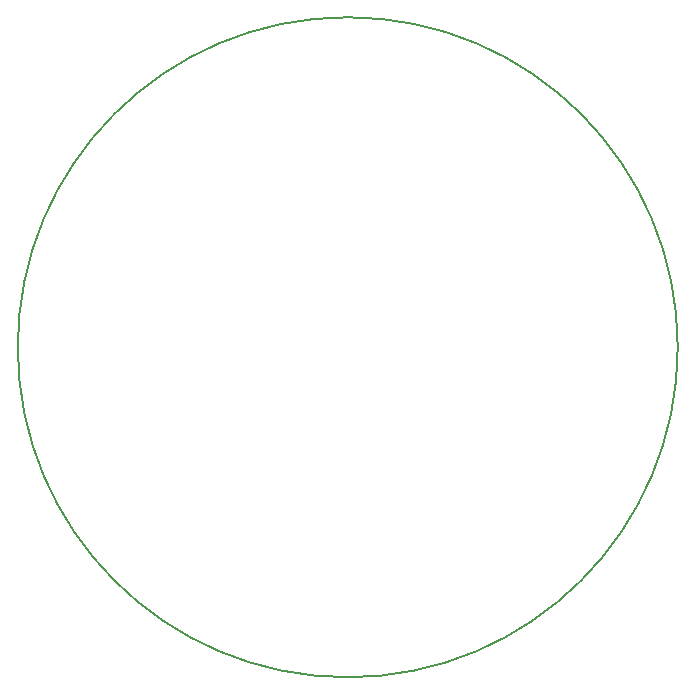
<source format=gbr>
%TF.GenerationSoftware,KiCad,Pcbnew,(6.0.1)*%
%TF.CreationDate,2022-01-26T23:34:14+10:00*%
%TF.ProjectId,blinker,626c696e-6b65-4722-9e6b-696361645f70,rev?*%
%TF.SameCoordinates,Original*%
%TF.FileFunction,Profile,NP*%
%FSLAX46Y46*%
G04 Gerber Fmt 4.6, Leading zero omitted, Abs format (unit mm)*
G04 Created by KiCad (PCBNEW (6.0.1)) date 2022-01-26 23:34:14*
%MOMM*%
%LPD*%
G01*
G04 APERTURE LIST*
%TA.AperFunction,Profile*%
%ADD10C,0.200000*%
%TD*%
G04 APERTURE END LIST*
D10*
X193040000Y-101600000D02*
G75*
G03*
X193040000Y-101600000I-27940000J0D01*
G01*
M02*

</source>
